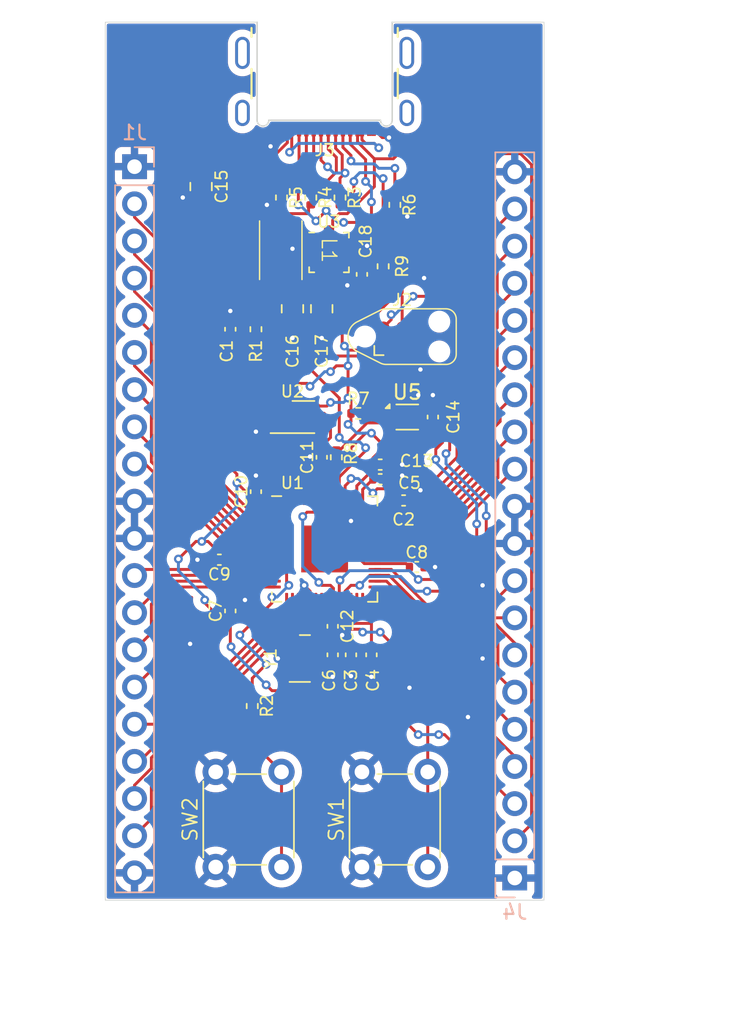
<source format=kicad_pcb>
(kicad_pcb (version 20240108) (generator "pcbnew") (generator_version "8.0")
  (layers (0 "F.Cu" signal) (31 "B.Cu" signal) (34 "B.Paste" user) (35 "F.Paste" user) (36 "B.SilkS" user "B.Silkscreen") (37 "F.SilkS" user "F.Silkscreen") (38 "B.Mask" user) (39 "F.Mask" user) (44 "Edge.Cuts" user))
  (net 0 "")
  (net 1 "Net-(C1-Pad1)")
  (net 2 "GND")
  (net 3 "+3V3")
  (net 4 "Net-(U1-VREG_VOUT)")
  (net 5 "/A11")
  (net 6 "Net-(U3-SS)")
  (net 7 "/A7")
  (net 9 "/SWD_CLK")
  (net 10 "/SWD_DIO")
  (net 11 "Net-(R2-Pad2)")
  (net 12 "Net-(U1-SPI_SS_N)")
  (net 13 "VBUS")
  (net 14 "Net-(U1-USB_DM)")
  (net 15 "Net-(U1-USB_DP)")
  (net 16 "/USB_P")
  (net 17 "Net-(J3-CC2)")
  (net 18 "/USB_N")
  (net 19 "/SDA")
  (net 20 "/SCL")
  (net 21 "Net-(U3-PG)")
  (net 22 "/A13")
  (net 23 "/A4")
  (net 24 "Net-(U1-SPI_SD2)")
  (net 25 "/A15")
  (net 26 "/A5")
  (net 27 "/A6")
  (net 28 "/A14")
  (net 29 "/A8")
  (net 30 "/A3")
  (net 31 "/RESET")
  (net 32 "/A12")
  (net 33 "/A2")
  (net 34 "/A9")
  (net 35 "Net-(U1-XIN)")
  (net 36 "Net-(U1-SPI_SD0)")
  (net 37 "/A1")
  (net 38 "/A10")
  (net 39 "/A0")
  (net 40 "Net-(U1-XOUT)")
  (net 41 "/B8")
  (net 42 "/B10")
  (net 43 "/B7")
  (net 44 "/B5")
  (net 45 "Net-(U1-SPI_SD3)")
  (net 46 "/B2")
  (net 47 "/B11")
  (net 48 "/B4")
  (net 49 "/B1")
  (net 50 "/B3")
  (net 51 "/B12")
  (net 52 "Net-(U1-SPI_SD1)")
  (net 53 "Net-(U1-SPI_SCLK)")
  (net 54 "/B13")
  (net 55 "/B9")
  (net 56 "/B6")
  (net 57 "/B0")
  (net 61 "Net-(J3-CC1)")
  (net 64 "Net-(U3-L2)")
  (net 65 "Net-(U3-L1)")
  (footprint "passive:C_0402" (layer "F.Cu") (at 149.6 98.5 90)
    (property "Reference" "C14")
    (property "Value" "100n")
  )
  (footprint "passive:R_0402" (layer "F.Cu") (at 137.5 92.5 -90)
    (property "Reference" "R1")
    (property "Value" "10k")
  )
  (footprint "passive:R_0402" (layer "F.Cu") (at 143 101.25 90)
    (property "Reference" "R8")
    (property "Value" "3k3")
  )
  (footprint "connector:TC2030-IDC-NL" (layer "F.Cu") (at 147.5 93)
    (property "Reference" "J2")
    (property "Value" "TC2030-IDC-NL")
  )
  (footprint "switch:TS02-66-Series" (layer "F.Cu") (at 147 126 90)
    (property "Reference" "SW1")
    (property "Value" "PTS815")
  )
  (footprint "passive:C_0402" (layer "F.Cu") (at 147.6 104.2)
    (property "Reference" "C2")
    (property "Value" "100n")
  )
  (footprint "passive:R_0402" (layer "F.Cu") (at 143.25 83.5 -90)
    (property "Reference" "R3")
    (property "Value" "27R")
  )
  (footprint "passive:R_0402" (layer "F.Cu") (at 137.25 118.25 -90)
    (property "Reference" "R2")
    (property "Value" "1k")
  )
  (footprint "crystal:Resonator_SMD_Murata_CSTxExxV-3Pin_3.0x1.1mm" (layer "F.Cu") (at 140.5 115 -90)
    (property "Reference" "Y1")
    (property "Value" "CSTNE12M0GH5L000R0")
  )
  (footprint "passive:C_0402" (layer "F.Cu") (at 142 101.25 90)
    (property "Reference" "C11")
    (property "Value" "100n")
  )
  (footprint "passive:C_0402" (layer "F.Cu") (at 145.4 114.75 -90)
    (property "Reference" "C4")
    (property "Value" "100n")
  )
  (footprint "passive:C_0402" (layer "F.Cu") (at 146 102.75)
    (property "Reference" "C5")
    (property "Value" "100n")
  )
  (footprint "ic:Sensirion_DFN-4_1.5x1.5mm_P0.8mm_SHT4x_NoCentralPad" (layer "F.Cu") (at 147.85 98.5)
    (property "Reference" "U5")
    (property "Value" "SHT40-AD1B")
  )
  (footprint "passive:C_0402" (layer "F.Cu") (at 135.75 92.5 90)
    (property "Reference" "C1")
    (property "Value" "100n")
  )
  (footprint "passive:R_0402" (layer "F.Cu") (at 146.2 88.2 90)
    (property "Reference" "R9")
    (property "Value" "1M")
  )
  (footprint "passive:R_0402" (layer "F.Cu") (at 139.25 83.5 -90)
    (property "Reference" "R5")
    (property "Value" "5k1")
  )
  (footprint "passive:R_0402" (layer "F.Cu") (at 144.5 98.25)
    (property "Reference" "R7")
    (property "Value" "3k3")
  )
  (footprint "passive:C_0402" (layer "F.Cu") (at 135 108.25 180)
    (property "Reference" "C9")
    (property "Value" "100n")
  )
  (footprint "connector:USB_C_Receptacle_MidMnt_Molex_16_Contact_216990-0001" (layer "F.Cu") (at 142.2 73.615 180)
    (property "Reference" "J3")
    (property "Value" "USB_C_Receptacle_Molex_216990-0001")
    (fp_line (start 4.62 -4.6) (end 4.62 2.1) (stroke (width 0.1)) (layer "Edge.Cuts"))
    (fp_line (start -3.82 -4.6) (end 3.82 -4.6) (stroke (width 0.1)) (layer "Edge.Cuts"))
    (fp_line (start -4.62 2.1) (end -4.62 -4.6) (stroke (width 0.1)) (layer "Edge.Cuts"))
    (fp_arc (start 3.82 -4.6) (mid 4.22 -5) (end 4.62 -4.6) (stroke (width 0.1)) (layer "Edge.Cuts"))
    (fp_arc (start -4.62 -4.6) (mid -4.22 -5) (end -3.82 -4.6) (stroke (width 0.1)) (layer "Edge.Cuts"))
  )
  (footprint "passive:C_0402" (layer "F.Cu") (at 142.75 114.75 -90)
    (property "Reference" "C6")
    (property "Value" "2u2")
  )
  (footprint "package:VQFN-12-1EP_2.5x2.5mm_P0.5mm" (layer "F.Cu") (at 142.5 87.25)
    (property "Reference" "U3")
    (property "Value" "TPS63051")
  )
  (footprint "passive:C_0805" (layer "F.Cu") (at 142 91.1 -90)
    (property "Reference" "C17")
    (property "Value" "10u")
  )
  (footprint "passive:C_0402" (layer "F.Cu") (at 146 101.75)
    (property "Reference" "C13")
    (property "Value" "100n")
  )
  (footprint "passive:C_0805" (layer "F.Cu") (at 133.75 82.75 -90)
    (property "Reference" "C15")
    (property "Value" "10u")
  )
  (footprint "passive:R_0402" (layer "F.Cu") (at 141.25 83.5 -90)
    (property "Reference" "R4")
    (property "Value" "27R")
  )
  (footprint "passive:C_0402" (layer "F.Cu") (at 135.75 111.75 90)
    (property "Reference" "C7")
    (property "Value" "2u2")
  )
  (footprint "switch:TS02-66-Series" (layer "F.Cu") (at 137 126 90)
    (property "Reference" "SW2")
    (property "Value" "PTS815")
  )
  (footprint "passive:C_0402" (layer "F.Cu") (at 142.75 112.8 -90)
    (property "Reference" "C12")
    (property "Value" "100n")
  )
  (footprint "passive:C_0402" (layer "F.Cu") (at 144.75 88.75 -90)
    (property "Reference" "C18")
    (property "Value" "1n")
  )
  (footprint "passive:C_0402" (layer "F.Cu") (at 148.5 108.75)
    (property "Reference" "C8")
    (property "Value" "100n")
  )
  (footprint "passive:R_0402" (layer "F.Cu") (at 147 84 -90)
    (property "Reference" "R6")
    (property "Value" "5k1")
  )
  (footprint "package:USON_2x3x0.6mm" (layer "F.Cu") (at 140 98.5)
    (property "Reference" "U2")
    (property "Value" "W25Q16JV" (hide yes))
  )
  (footprint "passive:C_0402" (layer "F.Cu") (at 144 114.75 -90)
    (property "Reference" "C3")
    (property "Value" "100n")
  )
  (footprint "package:QFN-56-1EP_7x7mm_P0.4mm_EP3.2x3.2mm" (layer "F.Cu") (at 142.2 107.515)
    (property "Reference" "U1")
    (property "Value" "RP2040")
  )
  (footprint "passive:L_3.2x2.5" (layer "F.Cu") (at 139.2 87.1 -90)
    (property "Reference" "L1")
    (property "Value" "1u5")
  )
  (footprint "passive:C_0805" (layer "F.Cu") (at 140 91.1 -90)
    (property "Reference" "C16")
    (property "Value" "10u")
  )
  (footprint "passive:C_0402" (layer "F.Cu") (at 137.5 103.6 90)
    (property "Reference" "C10")
    (property "Value" "100n")
  )
  (footprint "connector:PinHeader_1x20_P2.54mm_Vertical" (layer "B.Cu") (at 129.2 81.39 180)
    (property "Reference" "J1")
    (property "Value" "1x20")
  )
  (footprint "connector:PinHeader_1x20_P2.54mm_Vertical" (layer "B.Cu") (at 155.2 130)
    (property "Reference" "J4")
    (property "Value" "1x20")
  )
  (gr_line (start 127.2 71.515) (end 137.58 71.515) (stroke (width 0.05)) (layer "Edge.Cuts"))
  (gr_line (start 127.2 131.515) (end 157.2 131.515) (stroke (width 0.05)) (layer "Edge.Cuts"))
  (gr_line (start 157.2 71.515) (end 146.82 71.515) (stroke (width 0.05)) (layer "Edge.Cuts"))
  (gr_line (start 127.2 131.515) (end 127.2 71.515) (stroke (width 0.05)) (layer "Edge.Cuts"))
  (gr_line (start 157.2 131.515) (end 157.2 71.515) (stroke (width 0.05)) (layer "Edge.Cuts"))
  (segment (start 138.8287 94.3287) (end 137.5 93) (width 0.2) (layer "F.Cu") (net 1))
  (segment (start 146.8063 94.3287) (end 138.8287 94.3287) (width 0.2) (layer "F.Cu") (net 1))
  (segment (start 147.5 93.635) (end 146.8063 94.3287) (width 0.2) (layer "F.Cu") (net 1))
  (segment (start 135.75 93) (end 137.5 93) (width 0.2) (layer "F.Cu") (net 1))
  (segment (start 149 97.4) (end 148.6 97) (width 0.2) (layer "F.Cu") (net 2))
  (segment (start 140.8 110) (end 141.2 110.4) (width 0.2) (layer "F.Cu") (net 2))
  (segment (start 141.35 87) (end 140 87) (width 0.2) (layer "F.Cu") (net 2))
  (segment (start 146.6 79.4) (end 146.135 79.4) (width 0.2) (layer "F.Cu") (net 2))
  (segment (start 134.5 108.25) (end 133.5 108.25) (width 0.2) (layer "F.Cu") (net 2))
  (segment (start 145.25 79.05) (end 145.25 78.815) (width 0.2) (layer "F.Cu") (net 2))
  (segment (start 141.2 101.2) (end 141.55 101.2) (width 0.2) (layer "F.Cu") (net 2))
  (segment (start 137.75 99.25) (end 137.5 99.5) (width 0.2) (layer "F.Cu") (net 2))
  (segment (start 147 84.5) (end 147.55 84.5) (width 0.2) (layer "F.Cu") (net 2))
  (segment (start 133.75 83.75) (end 132.75 83.75) (width 0.2) (layer "F.Cu") (net 2))
  (segment (start 149 97.8) (end 149 97.4) (width 0.2) (layer "F.Cu") (net 2))
  (segment (start 139.25 84) (end 138.25 84) (width 0.2) (layer "F.Cu") (net 2))
  (segment (start 149.6 98) (end 149.6 97) (width 0.2) (layer "F.Cu") (net 2))
  (segment (start 135.5 92) (end 135.75 92) (width 0.2) (layer "F.Cu") (net 2))
  (segment (start 135.75 111.25) (end 136.5 111.25) (width 0.2) (layer "F.Cu") (net 2))
  (segment (start 138.5 79.49) (end 139.15 78.84) (width 0.2) (layer "F.Cu") (net 2))
  (segment (start 136.5 111.25) (end 136.75 111) (width 0.2) (layer "F.Cu") (net 2))
  (segment (start 145.4 116.25) (end 145.4 115.25) (width 0.2) (layer "F.Cu") (net 2))
  (segment (start 139 115) (end 140.5 115) (width 0.2) (layer "F.Cu") (net 2))
  (segment (start 149 108.75) (end 149.75 108.75) (width 0.2) (layer "F.Cu") (net 2))
  (segment (start 140 92.1) (end 140 93.1) (width 0.2) (layer "F.Cu") (net 2))
  (segment (start 144 116.2) (end 144 115.2) (width 0.2) (layer "F.Cu") (net 2))
  (segment (start 148.75 103.5) (end 148.75 103.55) (width 0.2) (layer "F.Cu") (net 2))
  (segment (start 141.2 110.4) (end 141.2 110.9525) (width 0.2) (layer "F.Cu") (net 2))
  (segment (start 145.1 86.8) (end 144.9 87) (width 0.2) (layer "F.Cu") (net 2))
  (segment (start 148.77 95.23) (end 148.75 95.25) (width 0.2) (layer "F.Cu") (net 2))
  (segment (start 147.55 84.5) (end 147.85 84.8) (width 0.2) (layer "F.Cu") (net 2))
  (segment (start 141.55 101.2) (end 142 100.75) (width 0.2) (layer "F.Cu") (net 2))
  (segment (start 144 105.715) (end 142.2 107.515) (width 0.2) (layer "F.Cu") (net 2))
  (segment (start 143.25 113.25) (end 142.75 113.25) (width 0.2) (layer "F.Cu") (net 2))
  (segment (start 144.75 89.25) (end 144 89.25) (width 0.2) (layer "F.Cu") (net 2))
  (segment (start 148.55 98.1) (end 148.7 98.1) (width 0.2) (layer "F.Cu") (net 2))
  (segment (start 144 105.6) (end 144 105.715) (width 0.2) (layer "F.Cu") (net 2))
  (segment (start 146.5 102.75) (end 147.25 102.75) (width 0.2) (layer "F.Cu") (net 2))
  (segment (start 142 92.1) (end 142 93.1) (width 0.2) (layer "F.Cu") (net 2))
  (segment (start 138.5 80) (end 138.5 79.49) (width 0.2) (layer "F.Cu") (net 2))
  (segment (start 144.9 87) (end 143.65 87) (width 0.2) (layer "F.Cu") (net 2))
  (segment (start 144 89.25) (end 143.75 89.5) (width 0.2) (layer "F.Cu") (net 2))
  (segment (start 148.77 93.635) (end 148.77 95.23) (width 0.2) (layer "F.Cu") (net 2))
  (segment (start 146.135 79.4) (end 145.55 78.815) (width 0.2) (layer "F.Cu") (net 2))
  (segment (start 148.7 98.1) (end 149 97.8) (width 0.2) (layer "F.Cu") (net 2))
  (segment (start 142.75 116.25) (end 142.75 115.25) (width 0.2) (layer "F.Cu") (net 2))
  (segment (start 138.6 99.25) (end 137.75 99.25) (width 0.2) (layer "F.Cu") (net 2))
  (segment (start 146.5 101.75) (end 147.5 101.75) (width 0.2) (layer "F.Cu") (net 2))
  (segment (start 137.5 103.1) (end 137.5 102.5) (width 0.2) (layer "F.Cu") (net 2))
  (segment (start 143.4 113.4) (end 143.25 113.25) (width 0.2) (layer "F.Cu") (net 2))
  (segment (start 148.75 103.55) (end 148.1 104.2) (width 0.2) (layer "F.Cu") (net 2))
  (segment (start 135.75 92) (end 135.75 91.25) (width 0.2) (layer "F.Cu") (net 2))
  (segment (start 132.75 83.75) (end 132.5 83.5) (width 0.2) (layer "F.Cu") (net 2))
  (segment (start 147.25 102.75) (end 147.5 102.5) (width 0.2) (layer "F.Cu") (net 2))
  (via (at 142 93.1) (size 0.6) (drill 0.3) (layers "F.Cu" "B.Cu") (net 2))
  (via (at 147.5 101.75) (size 0.6) (drill 0.3) (layers "F.Cu" "B.Cu") (net 2))
  (via (at 148.6 97) (size 0.6) (drill 0.3) (layers "F.Cu" "B.Cu") (net 2))
  (via (at 132.5 83.5) (size 0.6) (drill 0.3) (layers "F.Cu" "B.Cu") (net 2))
  (via (at 137.5 99.5) (size 0.6) (drill 0.3) (layers "F.Cu" "B.Cu") (net 2))
  (via (at 143.4 113.4) (size 0.6) (drill 0.3) (layers "F.Cu" "B.Cu") (net 2))
  (via (at 138.25 84) (size 0.6) (drill 0.3) (layers "F.Cu" "B.Cu") (net 2))
  (via (at 143.75 89.5) (size 0.6) (drill 0.3) (layers "F.Cu" "B.Cu") (net 2))
  (via (at 147.85 84.8) (size 0.6) (drill 0.3) (layers "F.Cu" "B.Cu") (net 2))
  (via (at 152 119) (size 0.6) (drill 0.3) (layers "F.Cu" "B.Cu") (net 2))
  (via (at 136.75 111) (size 0.6) (drill 0.3) (layers "F.Cu" "B.Cu") (net 2))
  (via (at 149 89) (size 0.6) (drill 0.3) (layers "F.Cu" "B.Cu") (net 2))
  (via (at 140 87) (size 0.6) (drill 0.3) (layers "F.Cu" "B.Cu") (net 2))
  (via (at 133 114) (size 0.6) (drill 0.3) (layers "F.Cu" "B.Cu") (net 2))
  (via (at 139 115) (size 0.6) (drill 0.3) (layers "F.Cu" "B.Cu") (net 2))
  (via (at 142.75 116.25) (size 0.6) (drill 0.3) (layers "F.Cu" "B.Cu") (net 2))
  (via (at 149.75 108.75) (size 0.6) (drill 0.3) (layers "F.Cu" "B.Cu") (net 2))
  (via (at 153 110) (size 0.6) (drill 0.3) (layers "F.Cu" "B.Cu") (net 2))
  (via (at 147.5 102.5) (size 0.6) (drill 0.3) (layers "F.Cu" "B.Cu") (net 2))
  (via (at 144 105.6) (size 0.6) (drill 0.3) (layers "F.Cu" "B.Cu") (net 2))
  (via (at 146.6 79.4) (size 0.6) (drill 0.3) (layers "F.Cu" "B.Cu") (net 2))
  (via (at 145.4 116.25) (size 0.6) (drill 0.3) (layers "F.Cu" "B.Cu") (net 2))
  (via (at 140 93.1) (size 0.6) (drill 0.3) (layers "F.Cu" "B.Cu") (net 2))
  (via (at 135.75 91.25) (size 0.6) (drill 0.3) (layers "F.Cu" "B.Cu") (net 2))
  (via (at 138.5 80) (size 0.6) (drill 0.3) (layers "F.Cu" "B.Cu") (net 2))
  (via (at 144 116.2) (size 0.6) (drill 0.3) (layers "F.Cu" "B.Cu") (net 2))
  (via (at 148.75 95.25) (size 0.6) (drill 0.3) (layers "F.Cu" "B.Cu") (net 2))
  (via (at 153 115) (size 0.6) (drill 0.3) (layers "F.Cu" "B.Cu") (net 2))
  (via (at 140.8 110) (size 0.6) (drill 0.3) (layers "F.Cu" "B.Cu") (net 2))
  (via (at 137.5 102.5) (size 0.6) (drill 0.3) (layers "F.Cu" "B.Cu") (net 2))
  (via (at 149.6 97) (size 0.6) (drill 0.3) (layers "F.Cu" "B.Cu") (net 2))
  (via (at 141.2 101.2) (size 0.6) (drill 0.3) (layers "F.Cu" "B.Cu") (net 2))
  (via (at 133.5 108.25) (size 0.6) (drill 0.3) (layers "F.Cu" "B.Cu") (net 2))
  (via (at 148 117) (size 0.6) (drill 0.3) (layers "F.Cu" "B.Cu") (net 2))
  (via (at 145.1 86.8) (size 0.6) (drill 0.3) (layers "F.Cu" "B.Cu") (net 2))
  (via (at 148.75 103.5) (size 0.6) (drill 0.3) (layers "F.Cu" "B.Cu") (net 2))
  (segment (start 144 113) (end 143.3 112.3) (width 0.2) (layer "F.Cu") (net 3))
  (segment (start 144.6 105.2) (end 144.4 105) (width 0.2) (layer "F.Cu") (net 3))
  (segment (start 149.6 99) (end 149.5 98.9) (width 0.2) (layer "F.Cu") (net 3))
  (segment (start 146.2 89.5) (end 145.6 90.1) (width 0.2) (layer "F.Cu") (net 3))
  (segment (start 138.6 117.2) (end 145.6 117.2) (width 0.2) (layer "F.Cu") (net 3))
  (segment (start 142.4 104.0775) (end 142.4 102.15) (width 0.2) (layer "F.Cu") (net 3))
  (segment (start 145.4 99.6) (end 146 100.2) (width 0.2) (layer "F.Cu") (net 3))
  (segment (start 140 89.9) (end 141.35 88.55) (width 0.2) (layer "F.Cu") (net 3))
  (segment (start 136.2 103) (end 137.3 104.1) (width 0.2) (layer "F.Cu") (net 3))
  (segment (start 141.35 88.55) (end 141.9 88.55) (width 0.2) (layer "F.Cu") (net 3))
  (segment (start 146.4 100.4) (end 146.4 100.2) (width 0.2) (layer "F.Cu") (net 3))
  (segment (start 135.05 112.25) (end 135.75 112.25) (width 0.2) (layer "F.Cu") (net 3))
  (segment (start 144 97.4) (end 143.8 97.2) (width 0.2) (layer "F.Cu") (net 3))
  (segment (start 148 108.75) (end 147.765 108.515) (width 0.2) (layer "F.Cu") (net 3))
  (segment (start 146.835 104.915) (end 147.1 104.65) (width 0.2) (layer "F.Cu") (net 3))
  (segment (start 145.5 102.75) (end 145.5 101.75) (width 0.2) (layer "F.Cu") (net 3))
  (segment (start 142.35 97.75) (end 141.4 97.75) (width 0.2) (layer "F.Cu") (net 3))
  (segment (start 145.9363 93.9287) (end 146.23 93.635) (width 0.2) (layer "F.Cu") (net 3))
  (segment (start 143.4 93.5) (end 143.4 90.5) (width 0.2) (layer "F.Cu") (net 3))
  (segment (start 139.4 90.1) (end 140 90.1) (width 0.2) (layer "F.Cu") (net 3))
  (segment (start 144 98.25) (end 144 98.8) (width 0.2) (layer "F.Cu") (net 3))
  (segment (start 146.6 113.8) (end 146 113.2) (width 0.2) (layer "F.Cu") (net 3))
  (segment (start 146.2 88.7) (end 146.2 89.5) (width 0.2) (layer "F.Cu") (net 3))
  (segment (start 147.765 108.515) (end 145.6375 108.515) (width 0.2) (layer "F.Cu") (net 3))
  (segment (start 136.2 103) (end 136.2 103.2) (width 0.2) (layer "F.Cu") (net 3))
  (segment (start 141 96.2) (end 137 96.2) (width 0.2) (layer "F.Cu") (net 3))
  (segment (start 143.55 93.65) (end 143.8287 93.9287) (width 0.2) (layer "F.Cu") (net 3))
  (segment (start 135.765 108.515) (end 138.7625 108.515) (width 0.2) (layer "F.Cu") (net 3))
  (segment (start 138.2 116.8) (end 138.6 117.2) (width 0.2) (layer "F.Cu") (net 3))
  (segment (start 137 96.2) (end 134.6 98.6) (width 0.2) (layer "F.Cu") (net 3))
  (segment (start 152.2 122) (end 150.4 120.2) (width 0.2) (layer "F.Cu") (net 3))
  (segment (start 143.25 101.75) (end 144 101) (width 0.2) (layer "F.Cu") (net 3))
  (segment (start 133.8 107) (end 134.225 107) (width 0.2) (layer "F.Cu") (net 3))
  (segment (start 143 101.75) (end 143.25 101.75) (width 0.2) (layer "F.Cu") (net 3))
  (segment (start 145 99.6) (end 145.4 99.6) (width 0.2) (layer "F.Cu") (net 3))
  (segment (start 135.75 112.25) (end 135.75 114.15) (width 0.2) (layer "F.Cu") (net 3))
  (segment (start 145.5 101.75) (end 145.5 101.3) (width 0.2) (layer "F.Cu") (net 3))
  (segment (start 145.6375 108.515) (end 144.915 108.515) (width 0.2) (layer "F.Cu") (net 3))
  (segment (start 137.5 104.1) (end 137.5 104.5) (width 0.2) (layer "F.Cu") (net 3))
  (segment (start 137.3 104.1) (end 137.5 104.1) (width 0.2) (layer "F.Cu") (net 3))
  (segment (start 144.6 108.2) (end 144.6 105.2) (width 0.2) (layer "F.Cu") (net 3))
  (segment (start 144.4 103.2) (end 145.5 102.1) (width 0.2) (layer "F.Cu") (net 3))
  (segment (start 145.6 117.2) (end 148.6 120.2) (width 0.2) (layer "F.Cu") (net 3))
  (segment (start 142 88.65) (end 142.25 88.4) (width 0.2) (layer "F.Cu") (net 3))
  (segment (start 137.5 104.5) (end 137.915 104.915) (width 0.2) (layer "F.Cu") (net 3))
  (segment (start 143.4 90.5) (end 143 90.1) (width 0.2) (layer "F.Cu") (net 3))
  (segment (start 141.9 88.55) (end 142 88.65) (width 0.2) (layer "F.Cu") (net 3))
  (segment (start 144.8 104.43875) (end 144.8 104.0775) (width 0.2) (layer "F.Cu") (net 3))
  (segment (start 141.2 96.4) (end 141 96.2) (width 0.2) (layer "F.Cu") (net 3))
  (segment (start 134 111.2) (end 135.05 112.25) (width 0.2) (layer "F.Cu") (net 3))
  (segment (start 143.8 97.2) (end 143.8 95) (width 0.2) (layer "F.Cu") (net 3))
  (segment (start 145.5 101.3) (end 146.4 100.4) (width 0.2) (layer "F.Cu") (net 3))
  (segment (start 144.915 108.515) (end 144.6 108.2) (width 0.2) (layer "F.Cu") (net 3))
  (segment (start 135.5 108.25) (end 135.765 108.515) (width 0.2) (layer "F.Cu") (net 3))
  (segment (start 135.475 108.25) (end 135.5 108.25) (width 0.2) (layer "F.Cu") (net 3))
  (segment (start 148.6 120.2) (end 148.8 120.2) (width 0.2) (layer "F.Cu") (net 3))
  (segment (start 134.225 107) (end 135.475 108.25) (width 0.2) (layer "F.Cu") (net 3))
  (segment (start 155.2 124.92) (end 155.12 124.92) (width 0.2) (layer "F.Cu") (net 3))
  (segment (start 143 95) (end 143.8 95) (width 0.2) (layer "F.Cu") (net 3))
  (segment (start 133.8 107) (end 133.4 107) (width 0.2) (layer "F.Cu") (net 3))
  (segment (start 146 100.2) (end 146.4 100.2) (width 0.2) (layer "F.Cu") (net 3))
  (segment (start 144.6 113) (end 144 113) (width 0.2) (layer "F.Cu") (net 3))
  (segment (start 145.6 90.1) (end 143.8 90.1) (width 0.2) (layer "F.Cu") (net 3))
  (segment (start 143.8 90.1) (end 143.4 90.5) (width 0.2) (layer "F.Cu") (net 3))
  (segment (start 145.5 102.1) (end 145.5 101.75) (width 0.2) (layer "F.Cu") (net 3))
  (segment (start 144.4 104.0775) (end 144.4 103.2) (width 0.2) (layer "F.Cu") (net 3))
  (segment (start 142.4 102.15) (end 142 101.75) (width 0.2) (layer "F.Cu") (net 3))
  (segment (start 142.4 111.9) (end 142.4 110.9525) (width 0.2) (layer "F.Cu") (net 3))
  (segment (start 146.6 116.2) (end 146.6 113.8) (width 0.2) (layer "F.Cu") (net 3))
  (segment (start 133.4 107) (end 132.2 108.2) (width 0.2) (layer "F.Cu") (net 3))
  (segment (start 142.6 97.5) (end 142.35 97.75) (width 0.2) (layer "F.Cu") (net 3))
  (segment (start 143.3 112.3) (end 142.75 112.3) (width 0.2) (layer "F.Cu") (net 3))
  (segment (start 144 101) (end 144 100.6) (width 0.2) (layer "F.Cu") (net 3))
  (segment (start 142 90.1) (end 142 88.65) (width 0.2) (layer "F.Cu") (net 3))
  (segment (start 140 90.1) (end 140 89.9) (width 0.2) (layer "F.Cu") (net 3))
  (segment (start 144 98.8) (end 143.8 99) (width 0.2) (layer "F.Cu") (net 3))
  (segment (start 136.2 102.4) (end 136.2 103) (width 0.2) (layer "F.Cu") (net 3))
  (segment (start 134.6 98.6) (end 134.6 100.8) (width 0.2) (layer "F.Cu") (net 3))
  (segment (start 155.12 124.92) (end 152.2 122) (width 0.2) (layer "F.Cu") (net 3))
  (segment (start 144.8 113.2) (end 144.6 113) (width 0.2) (layer "F.Cu") (net 3))
  (segment (start 148.4 100.2) (end 149.6 99) (width 0.2) (layer "F.Cu") (net 3))
  (segment (start 135.75 114.15) (end 135.8 114.2) (width 0.2) (layer "F.Cu") (net 3))
  (segment (start 143.55 93.65) (end 143.4 93.5) (width 0.2) (layer "F.Cu") (net 3))
  (segment (start 143 90.1) (end 142 90.1) (width 0.2) (layer "F.Cu") (net 3))
  (segment (start 145.27625 104.915) (end 144.8 104.43875) (width 0.2) (layer "F.Cu") (net 3))
  (segment (start 144 98.25) (end 144 97.4) (width 0.2) (layer "F.Cu") (net 3))
  (segment (start 146.4 100.2) (end 148.4 100.2) (width 0.2) (layer "F.Cu") (net 3))
  (segment (start 134.6 100.8) (end 136.2 102.4) (width 0.2) (layer "F.Cu") (net 3))
  (segment (start 142.8 101.95) (end 143 101.75) (width 0.2) (layer "F.Cu") (net 3))
  (segment (start 144.8 103.45) (end 145.5 102.75) (width 0.2) (layer "F.Cu") (net 3))
  (segment (start 137.915 104.915) (end 138.7625 104.915) (width 0.2) (layer "F.Cu") (net 3))
  (segment (start 142 101.75) (end 143 101.75) (width 0.2) (layer "F.Cu") (net 3))
  (segment (start 150 120.2) (end 149.8 120.2) (width 0.2) (layer "F.Cu") (net 3))
  (segment (start 142.6 95.4) (end 143 95) (width 0.2) (layer "F.Cu") (net 3))
  (segment (start 142.8 104.0775) (end 142.8 101.95) (width 0.2) (layer "F.Cu") (net 3))
  (segment (start 137.5 92) (end 139.4 90.1) (width 0.2) (layer "F.Cu") (net 3))
  (segment (start 144.4 105) (end 144.4 104.0775) (width 0.2) (layer "F.Cu") (net 3))
  (segment (start 145.6375 104.915) (end 145.27625 104.915) (width 0.2) (layer "F.Cu") (net 3))
  (segment (start 145.6375 104.915) (end 146.835 104.915) (width 0.2) (layer "F.Cu") (net 3))
  (segment (start 141.35 88.55) (end 141.35 88) (width 0.2) (layer "F.Cu") (net 3))
  (segment (start 144.8 104.0775) (end 144.8 103.45) (width 0.2) (layer "F.Cu") (net 3))
  (segment (start 145.6 117.2) (end 146.6 116.2) (width 0.2) (layer "F.Cu") (net 3))
  (segment (start 147.1 104.65) (end 147.1 104.2) (width 0.2) (layer "F.Cu") (net 3))
  (segment (start 144 100.6) (end 145 99.6) (width 0.2) (layer "F.Cu") (net 3))
  (segment (start 150.4 120.2) (end 150 120.2) (width 0.2) (layer "F.Cu") (net 3))
  (segment (start 134 111) (end 134 111.2) (width 0.2) (layer "F.Cu") (net 3))
  (segment (start 142.75 112.25) (end 142.4 111.9) (width 0.2) (layer "F.Cu") (net 3))
  (segment (start 149.5 98.9) (end 148.55 98.9) (width 0.2) (layer "F.Cu") (net 3))
  (segment (start 143.8287 93.9287) (end 145.9363 93.9287) (width 0.2) (layer "F.Cu") (net 3))
  (via (at 141.2 96.4) (size 0.6) (drill 0.3) (layers "F.Cu" "B.Cu") (net 3))
  (via (at 143.8 99) (size 0.6) (drill 0.3) (layers "F.Cu" "B.Cu") (net 3))
  (via (at 132.2 108.2) (size 0.6) (drill 0.3) (layers "F.Cu" "B.Cu") (net 3))
  (via (at 143.55 93.65) (size 0.6) (drill 0.3) (layers "F.Cu" "B.Cu") (net 3))
  (via (at 135.8 114.2) (size 0.6) (drill 0.3) (layers "F.Cu" "B.Cu") (net 3))
  (via (at 138.2 116.8) (size 0.6) (drill 0.3) (layers "F.Cu" "B.Cu") (net 3))
  (via (at 145.4 99.6) (size 0.6) (drill 0.3) (layers "F.Cu" "B.Cu") (net 3))
  (via (at 150 120.2) (size 0.6) (drill 0.3) (layers "F.Cu" "B.Cu") (net 3))
  (via (at 148.6 120.2) (size 0.6) (drill 0.3) (layers "F.Cu" "B.Cu") (net 3))
  (via (at 142.6 95.4) (size 0.6) (drill 0.3) (layers "F.Cu" "B.Cu") (net 3))
  (via (at 134 111) (size 0.6) (drill 0.3) (layers "F.Cu" "B.Cu") (net 3))
  (via (at 142.6 97.5) (size 0.6) (drill 0.3) (layers "F.Cu" "B.Cu") (net 3))
  (via (at 143.8 95) (size 0.6) (drill 0.3) (layers "F.Cu" "B.Cu") (net 3))
  (via (at 146 113.2) (size 0.6) (drill 0.3) (layers "F.Cu" "B.Cu") (net 3))
  (via (at 136.2 103) (size 0.6) (drill 0.3) (layers "F.Cu" "B.Cu") (net 3))
  (via (at 133.8 107) (size 0.6) (drill 0.3) (layers "F.Cu" "B.Cu") (net 3))
  (via (at 143.8 97.2) (size 0.6) (drill 0.3) (layers "F.Cu" "B.Cu") (net 3))
  (via (at 144.8 113.2) (size 0.6) (drill 0.3) (layers "F.Cu" "B.Cu") (net 3))
  (segment (start 143.8 95) (end 143.8 93.9) (width 0.2) (layer "B.Cu") (net 3))
  (segment (start 134 111) (end 134 110.8) (width 0.2) (layer "B.Cu") (net 3))
  (segment (start 144.4 99.6) (end 143.8 99) (width 0.2) (layer "B.Cu") (net 3))
  (segment (start 136.2 103) (end 136.2 104.6) (width 0.2) (layer "B.Cu") (net 3))
  (segment (start 148.6 120.2) (end 150 120.2) (width 0.2) (layer "B.Cu") (net 3))
  (segment (start 144.8 113.2) (end 146 113.2) (width 0.2) (layer "B.Cu") (net 3))
  (segment (start 145.4 99.6) (end 144.4 99.6) (width 0.2) (layer "B.Cu") (net 3))
  (segment (start 134 110.8) (end 132.2 109) (width 0.2) (layer "B.Cu") (net 3))
  (segment (start 141.2 96.4) (end 142.2 95.4) (width 0.2) (layer "B.Cu") (net 3))
  (segment (start 138.2 116.8) (end 135.8 114.4) (width 0.2) (layer "B.Cu") (net 3))
  (segment (start 142.6 97.5) (end 143.5 97.5) (width 0.2) (layer "B.Cu") (net 3))
  (segment (start 135.8 114.4) (end 135.8 114.2) (width 0.2) (layer "B.Cu") (net 3))
  (segment (start 143.5 97.5) (end 143.8 97.2) (width 0.2) (layer "B.Cu") (net 3))
  (segment (start 136.2 104.6) (end 133.8 107) (width 0.2) (layer "B.Cu") (net 3))
  (segment (start 143.8 93.9) (end 143.55 93.65) (width 0.2) (layer "B.Cu") (net 3))
  (segment (start 142.2 95.4) (end 142.6 95.4) (width 0.2) (layer "B.Cu") (net 3))
  (segment (start 132.2 109) (end 132.2 108.2) (width 0.2) (layer "B.Cu") (net 3))
  (segment (start 142 110) (end 141.8 109.8) (width 0.2) (layer "F.Cu") (net 4))
  (segment (start 145.4 114.25) (end 144 114.25) (width 0.2) (layer "F.Cu") (net 4))
  (segment (start 143.75 105) (end 144 104.75) (width 0.2) (layer "F.Cu") (net 4))
  (segment (start 143.01364 111.7) (end 142.8 111.48636) (width 0.2) (layer "F.Cu") (net 4))
  (segment (start 142.38864 105) (end 143.75 105) (width 0.2) (layer "F.Cu") (net 4))
  (segment (start 145.4 114.25) (end 145.4 112.6) (width 0.2) (layer "F.Cu") (net 4))
  (segment (start 144.2 112.6) (end 143.3 111.7) (width 0.2) (layer "F.Cu") (net 4))
  (segment (start 141 105) (end 140.7 105.3) (width 0.2) (layer "F.Cu") (net 4))
  (segment (start 142.75 114.25) (end 143.75 114.25) (width 0.2) (layer "F.Cu") (net 4))
  (segment (start 144 104.75) (end 144 104.0775) (width 0.2) (layer "F.Cu") (net 4))
  (segment (start 142.6 110) (end 142 110) (width 0.2) (layer "F.Cu") (net 4))
  (segment (start 142 104.0775) (end 142 104.61136) (width 0.2) (layer "F.Cu") (net 4))
  (segment (start 142.8 111.48636) (end 142.8 110.9525) (width 0.2) (layer "F.Cu") (net 4))
  (segment (start 143.75 114.25) (end 144.4 114.25) (width 0.2) (layer "F.Cu") (net 4))
  (segment (start 142.8 110.2) (end 142.6 110) (width 0.2) (layer "F.Cu") (net 4))
  (segment (start 142.8 110.9525) (end 142.8 110.2) (width 0.2) (layer "F.Cu") (net 4))
  (segment (start 143.3 111.7) (end 143.01364 111.7) (width 0.2) (layer "F.Cu") (net 4))
  (segment (start 142.38864 105) (end 141 105) (width 0.2) (layer "F.Cu") (net 4))
  (segment (start 145.4 112.6) (end 144.2 112.6) (width 0.2) (layer "F.Cu") (net 4))
  (segment (start 142 104.61136) (end 142.38864 105) (width 0.2) (layer "F.Cu") (net 4))
  (via (at 140.7 105.3) (size 0.6) (drill 0.3) (layers "F.Cu" "B.Cu") (net 4))
  (via (at 141.8 109.8) (size 0.6) (drill 0.3) (layers "F.Cu" "B.Cu") (net 4))
  (segment (start 141.8 109.8) (end 140.7 108.7) (width 0.2) (layer "B.Cu") (net 4))
  (segment (start 140.7 108.7) (end 140.7 105.3) (width 0.2) (layer "B.Cu") (net 4))
  (segment (start 138.7625 110.115) (end 132.086372 110.115) (width 0.2) (layer "F.Cu") (net 5))
  (segment (start 130.75 115.4) (end 129.2 116.95) (width 0.2) (layer "F.Cu") (net 5))
  (segment (start 132.086372 110.115) (end 130.75 111.451372) (width 0.2) (layer "F.Cu") (net 5))
  (segment (start 130.75 111.451372) (end 130.75 115.4) (width 0.2) (layer "F.Cu") (net 5))
  (segment (start 144.5 88) (end 144.75 88.25) (width 0.2) (layer "F.Cu") (net 6))
  (segment (start 143.65 88) (end 144.5 88) (width 0.2) (layer "F.Cu") (net 6))
  (segment (start 129.932256 101.71) (end 129.2 101.71) (width 0.2) (layer "F.Cu") (net 7))
  (segment (start 136.337256 108.115) (end 129.932256 101.71) (width 0.2) (layer "F.Cu") (net 7))
  (segment (start 138.7625 108.115) (end 136.337256 108.115) (width 0.2) (layer "F.Cu") (net 7))
  (segment (start 152.6 105.8) (end 152.6 107.4) (width 0.2) (layer "F.Cu") (net 9))
  (segment (start 143.95 79.85) (end 143.95 78.84) (width 0.2) (layer "F.Cu") (net 9))
  (segment (start 143.25 109.65) (end 143.2 109.7) (width 0.2) (layer "F.Cu") (net 9))
  (segment (start 148.700735 91.549265) (end 148.549264 91.549265) (width 0.2) (layer "F.Cu") (net 9))
  (segment (start 147.5 87.1) (end 147.5 92.365) (width 0.2) (layer "F.Cu") (net 9))
  (segment (start 149.5 90.75) (end 148.700735 91.549265) (width 0.2) (layer "F.Cu") (net 9))
  (segment (start 145.4 85) (end 147.5 87.1) (width 0.2) (layer "F.Cu") (net 9))
  (segment (start 148.549264 91.549265) (end 147.733529 92.365) (width 0.2) (layer "F.Cu") (net 9))
  (segment (start 145.4 83.8) (end 145.4 85) (width 0.2) (layer "F.Cu") (net 9))
  (segment (start 150.434314 90.75) (end 149.5 90.75) (width 0.2) (layer "F.Cu") (net 9))
  (segment (start 149.8 100.7) (end 150.25 100.25) (width 0.2) (layer "F.Cu") (net 9))
  (segment (start 149.8 101.4) (end 149.8 100.7) (width 0.2) (layer "F.Cu") (net 9))
  (segment (start 143.2 109.7) (end 143.2 110.9525) (width 0.2) (layer "F.Cu") (net 9))
  (segment (start 145 82.4) (end 145 80.9) (width 0.2) (layer "F.Cu") (net 9))
  (segment (start 151.25 94.118628) (end 151.25 91.565686) (width 0.2) (layer "F.Cu") (net 9))
  (segment (start 145 80.9) (end 143.95 79.85) (width 0.2) (layer "F.Cu") (net 9))
  (segment (start 150.25 100.25) (end 150.25 97.684314) (width 0.2) (layer "F.Cu") (net 9))
  (segment (start 150.717157 94.651471) (end 151.25 94.118628) (width 0.2) (layer "F.Cu") (net 9))
  (segment (start 147.733529 92.365) (end 147.5 92.365) (width 0.2) (layer "F.Cu") (net 9))
  (segment (start 150.717157 97.217157) (end 150.717157 94.651471) (width 0.2) (layer "F.Cu") (net 9))
  (segment (start 152.6 107.4) (end 150.4 109.6) (width 0.2) (layer "F.Cu") (net 9))
  (segment (start 150.25 97.684314) (end 150.717157 97.217157) (width 0.2) (layer "F.Cu") (net 9))
  (segment (start 151.25 91.565686) (end 150.434314 90.75) (width 0.2) (layer "F.Cu") (net 9))
  (segment (start 150.4 109.6) (end 148.6 109.6) (width 0.2) (layer "F.Cu") (net 9))
  (via (at 145 82.4) (size 0.6) (drill 0.3) (layers "F.Cu" "B.Cu") (net 9))
  (via (at 143.25 109.65) (size 0.6) (drill 0.3) (layers "F.Cu" "B.Cu") (net 9))
  (via (at 148.6 109.6) (size 0.6) (drill 0.3) (layers "F.Cu" "B.Cu") (net 9))
  (via (at 145.4 83.8) (size 0.6) (drill 0.3) (layers "F.Cu" "B.Cu") (net 9))
  (via (at 149.8 101.4) (size 0.6) (drill 0.3) (layers "F.Cu" "B.Cu") (net 9))
  (via (at 152.6 105.8) (size 0.6) (drill 0.3) (layers "F.Cu" "B.Cu") (net 9))
  (segment (start 152.6 104.4) (end 152.6 105.8) (width 0.2) (layer "B.Cu") (net 9))
  (segment (start 143.25 109.65) (end 143.9 109) (width 0.2) (layer "B.Cu") (net 9))
  (segment (start 143.9 109) (end 148 109) (width 0.2) (layer "B.Cu") (net 9))
  (segment (start 149.8 101.6) (end 152.6 104.4) (width 0.2) (layer "B.Cu") (net 9))
  (segment (start 149.8 101.4) (end 149.8 101.6) (width 0.2) (layer "B.Cu") (net 9))
  (segment (start 145.4 83.8) (end 145.4 82.8) (width 0.2) (layer "B.Cu") (net 9))
  (segment (start 148 109) (end 148.6 109.6) (width 0.2) (layer "B.Cu") (net 9))
  (segment (start 145.4 82.8) (end 145 82.4) (width 0.2) (layer "B.Cu") (net 9))
  (segment (start 153.25 107.75) (end 153.25 105.25) (width 0.2) (layer "F.Cu") (net 10))
  (segment (start 151.25 97.25) (end 150.75 97.75) (width 0.2) (layer "F.Cu") (net 10))
  (segment (start 149.2 110.4) (end 150.6 110.4) (width 0.2) (layer "F.Cu") (net 10))
  (segment (start 150.75 97.75) (end 150.75 100.75) (width 0.2) (layer "F.Cu") (net 10))
  (segment (start 145 85.2) (end 147.1 87.3) (width 0.2) (layer "F.Cu") (net 10))
  (segment (start 145.8 91.935) (end 146.23 92.365) (width 0.2) (layer "F.Cu") (net 10))
  (segment (start 151.75 94.184314) (end 151.25 94.684314) (width 0.2) (layer "F.Cu") (net 10))
  (segment (start 140.4 82.415686) (end 140.95 81.865686) (width 0.2) (layer "F.Cu") (net 10))
  (segment (start 143.6 110.9525) (end 143.6 110.4) (width 0.2) (layer "F.Cu") (net 10))
  (segment (start 140.4 84) (end 140.3 83.9) (width 0.2) (layer "F.Cu") (net 10))
  (segment (start 145.8 91.4) (end 145.8 91.935) (width 0.2) (layer "F.Cu") (net 10))
  (segment (start 147.1 87.3) (end 147.1 90.1) (width 0.2) (layer "F.Cu") (net 10))
  (segment (start 144 110) (end 144.6 110) (width 0.2) (layer "F.Cu") (net 10))
  (segment (start 140.4 84) (end 140.4 82.415686) (width 0.2) (layer "F.Cu") (net 10))
  (segment (start 147.1 90.1) (end 145.8 91.4) (width 0.2) (layer "F.Cu") (net 10))
  (segment (start 146.75 91.845) (end 146.75 91.5) (width 0.2) (layer "F.Cu") (net 10))
  (segment (start 151.25 94.684314) (end 151.25 97.25) (width 0.2) (layer "F.Cu") (net 10))
  (segment (start 141.6 85.1) (end 142.3 84.4) (width 0.2) (layer "F.Cu") (net 10))
  (segment (start 140.95 81.865686) (end 140.95 78.84) (width 0.2) (layer "F.Cu") (net 10))
  (segment (start 150.5 90.25) (end 151.75 91.5) (width 0.2) (layer "F.Cu") (net 10))
  (segment (start 150.6 110.4) (end 153.25 107.75) (width 0.2) (layer "F.Cu") (net 10))
  (segment (start 143.5 85.2) (end 145 85.2) (width 0.2) (layer "F.Cu") (net 10))
  (segment (start 143.6 110.4) (end 144 110) (width 0.2) (layer "F.Cu") (net 10))
  (segment (start 150.75 100.75) (end 150.5 101) (width 0.2) (layer "F.Cu") (net 10))
  (segment (start 151.75 91.5) (end 151.75 94.184314) (width 0.2) (layer "F.Cu") (net 10))
  (segment (start 148.25 90.25) (end 150.5 90.25) (width 0.2) (layer "F.Cu") (net 10))
  (segment (start 146.23 92.365) (end 146.75 91.845) (width 0.2) (layer "F.Cu") (net 10))
  (via (at 141.6 85.1) (size 0.6) (drill 0.3) (layers "F.Cu" "B.Cu") (net 10))
  (via (at 144.6 110) (size 0.6) (drill 0.3) (layers "F.Cu" "B.Cu") (net 10))
  (via (at 148.25 90.25) (size 0.6) (drill 0.3) (layers "F.Cu" "B.Cu") (net 10))
  (via (at 153.25 105.25) (size 0.6) (drill 0.3) (layers "F.Cu" "B.Cu") (net 10))
  (via (at 143.5 85.2) (size 0.6) (drill 0.3) (layers "F.Cu" "B.Cu") (net 10))
  (via (at 150.5 101) (size 0.6) (drill 0.3) (layers "F.Cu" "B.Cu") (net 10))
  (via (at 146.75 91.5) (size 0.6) (drill 0.3) (layers "F.Cu" "B.Cu") (net 10))
  (via (at 140.4 84) (size 0.6) (drill 0.3) (layers "F.Cu" "B.Cu") (net 10))
  (via (at 142.3 84.4) (size 0.6) (drill 0.3) (layers "F.Cu" "B.Cu") (net 10))
  (via (at 149.2 110.4) (size 0.6) (drill 0.3) (layers "F.Cu" "B.Cu") (net 10))
  (segment (start 148.25 90.25) (end 147 91.5) (width 0.2) (layer "B.Cu") (net 10))
  (segment (start 140.5 84) (end 140.4 84) (width 0.2) (layer "B.Cu") (net 10))
  (segment (start 148.4 110.4) (end 149.2 110.4) (width 0.2) (layer "B.Cu") (net 10))
  (segment (start 141.6 85.1) (end 140.5 84) (width 0.2) (layer "B.Cu") (net 10))
  (segment (start 153.25 105.25) (end 153.25 104.45) (width 0.2) (layer "B.Cu") (net 10))
  (segment (start 147 91.5) (end 146.75 91.5) (width 0.2) (layer "B.Cu") (net 10))
  (segment (start 144.6 110) (end 145.2 109.4) (width 0.2) (layer "B.Cu") (net 10))
  (segment (start 143.1 85.2) (end 143.5 85.2) (width 0.2) (layer "B.Cu") (net 10))
  (segment (start 153.25 104.45) (end 150.5 101.7) (width 0.2) (layer "B.Cu") (net 10))
  (segment (start 147.4 109.4) (end 148.4 110.4) (width 0.2) (layer "B.Cu") (net 10))
  (segment (start 150.5 101.7) (end 150.5 101) (width 0.2) (layer "B.Cu") (net 10))
  (segment (start 142.3 84.4) (end 143.1 85.2) (width 0.2) (layer "B.Cu") (net 10))
  (segment (start 145.2 109.4) (end 147.4 109.4) (width 0.2) (layer "B.Cu") (net 10))
  (segment (start 137.25 120.75) (end 137.25 118.75) (width 0.2) (layer "F.Cu") (net 11))
  (segment (start 139.25 122.75) (end 139.25 129.25) (width 0.2) (layer "F.Cu") (net 11))
  (segment (start 139.25 122.75) (end 137.25 120.75) (width 0.2) (layer "F.Cu") (net 11))
  (segment (start 137.25 116.35) (end 137.25 117.75) (width 0.2) (layer "F.Cu") (net 12))
  (segment (start 136.918628 101.8) (end 137.984314 101.8) (width 0.2) (layer "F.Cu") (net 12))
  (segment (start 135.95 100.831372) (end 136.918628 101.8) (width 0.2) (layer "F.Cu") (net 12))
  (segment (start 139.6 109.85) (end 139.6 104.0775) (width 0.2) (layer "F.Cu") (net 12))
  (segment (start 138.2 115.4) (end 137.25 116.35) (width 0.2) (layer "F.Cu") (net 12))
  (segment (start 139.6 103.415686) (end 139.6 104.0775) (width 0.2) (layer "F.Cu") (net 12))
  (segment (start 137.984314 101.8) (end 139.6 103.415686) (width 0.2) (layer "F.Cu") (net 12))
  (segment (start 138.6 97.75) (end 137.118628 97.75) (width 0.2) (layer "F.Cu") (net 12))
  (segment (start 139.75 110) (end 139.6 109.85) (width 0.2) (layer "F.Cu") (net 12))
  (segment (start 136.4 113.4) (end 138.59 111.21) (width 0.2) (layer "F.Cu") (net 12))
  (segment (start 137.118628 97.75) (end 135.95 98.918628) (width 0.2) (layer "F.Cu") (net 12))
  (segment (start 135.95 98.918628) (end 135.95 100.831372) (width 0.2) (layer "F.Cu") (net 12))
  (segment (start 138.59 111.21) (end 138.59 110.8) (width 0.2) (layer "F.Cu") (net 12))
  (via (at 136.4 113.4) (size 0.6) (drill 0.3) (layers "F.Cu" "B.Cu") (net 12))
  (via (at 138.59 110.8) (size 0.6) (drill 0.3) (layers "F.Cu" "B.Cu") (net 12))
  (via (at 139.75 110) (size 0.6) (drill 0.3) (layers "F.Cu" "B.Cu") (net 12))
  (via (at 138.2 115.4) (size 0.6) (drill 0.3) (layers "F.Cu" "B.Cu") (net 12))
  (segment (start 138.2 115.4) (end 136.4 113.6) (width 0.2) (layer "B.Cu") (net 12))
  (segment (start 138.59 110.8) (end 138.95 110.8) (width 0.2) (layer "B.Cu") (net 12))
  (segment (start 138.95 110.8) (end 139.75 110) (width 0.2) (layer "B.Cu") (net 12))
  (segment (start 136.4 113.6) (end 136.4 113.4) (width 0.2) (layer "B.Cu") (net 12))
  (segment (start 142.4 85.5) (end 142.75 85.5) (width 0.2) (layer "F.Cu") (net 13))
  (segment (start 144.45 79.7) (end 144.45 78.84) (width 0.2) (layer "F.Cu") (net 13))
  (segment (start 156.35 81.263654) (end 155.586346 80.5) (width 0.2) (layer "F.Cu") (net 13))
  (segment (start 139.95 80.25) (end 139.8 80.4) (width 0.2) (layer "F.Cu") (net 13))
  (segment (start 145.6 79.8) (end 145.9 80.1) (width 0.2) (layer "F.Cu") (net 13))
  (segment (start 155.586346 80.5) (end 147.25 80.5) (width 0.2) (layer "F.Cu") (net 13))
  (segment (start 145 79.8) (end 145.6 79.8) (width 0.2) (layer "F.Cu") (net 13))
  (segment (start 147.25 80.5) (end 146.9 80.85) (width 0.2) (layer "F.Cu") (net 13))
  (segment (start 144.75 79.55) (end 145 79.8) (width 0.2) (layer "F.Cu") (net 13))
  (segment (start 145.6 82.75) (end 145.6 80.85) (width 0.2) (layer "F.Cu") (net 13))
  (segment (start 145.225 80.475) (end 144.45 79.7) (width 0.2) (layer "F.Cu") (net 13))
  (segment (start 142.75 86.1) (end 142.75 85.5) (width 0.2) (layer "F.Cu") (net 13))
  (segment (start 133.75 81.75) (end 137.65 81.75) (width 0.2) (layer "F.Cu") (net 13))
  (segment (start 142.25 86.1) (end 142.25 85.65) (width 0.2) (layer "F.Cu") (net 13))
  (segment (start 142.25 85.65) (end 142.4 85.5) (width 0.2) (layer "F.Cu") (net 13))
  (segment (start 146.9 80.85) (end 145.6 80.85) (width 0.2) (layer "F.Cu") (net 13))
  (segment (start 139.65 79.75) (end 139.65 78.84) (width 0.2) (layer "F.Cu") (net 13))
  (segment (start 139.95 78.84) (end 139.95 80.25) (width 0.2) (layer "F.Cu") (net 13))
  (segment (start 143.2 84.6) (end 143.75 84.6) (width 0.2) (layer "F.Cu") (net 13))
  (segment (start 143.75 84.6) (end 145.6 82.75) (width 0.2) (layer "F.Cu") (net 13))
  (segment (start 145.6 80.85) (end 145.225 80.475) (width 0.2) (layer "F.Cu") (net 13))
  (segment (start 144.75 78.84) (end 144.75 79.55) (width 0.2) (layer "F.Cu") (net 13))
  (segment (start 142.75 85.05) (end 143.2 84.6) (width 0.2) (layer "F.Cu") (net 13))
  (segment (start 155.2 127.46) (end 156.35 126.31) (width 0.2) (layer "F.Cu") (net 13))
  (segment (start 142.75 85.5) (end 142.75 85.05) (width 0.2) (layer "F.Cu") (net 13))
  (segment (start 137.65 81.75) (end 139.65 79.75) (width 0.2) (layer "F.Cu") (net 13))
  (segment (start 156.35 126.31) (end 156.35 81.263654) (width 0.2) (layer "F.Cu") (net 13))
  (via (at 145.9 80.1) (size 0.6) (drill 0.3) (layers "F.Cu" "B.Cu") (net 13))
  (via (at 139.8 80.4) (size 0.6) (drill 0.3) (layers "F.Cu" "B.Cu") (net 13))
  (segment (start 140.4 79.8) (end 139.8 80.4) (width 0.2) (layer "B.Cu") (net 13))
  (segment (start 145.9 80.1) (end 145.6 79.8) (width 0.2) (layer "B.Cu") (net 13))
  (segment (start 145.6 79.8) (end 140.4 79.8) (width 0.2) (layer "B.Cu") (net 13))
  (segment (start 152.25 90.25) (end 149.2 87.2) (width 0.2) (layer "F.Cu") (net 14))
  (segment (start 151.75 94.75) (end 152.25 94.25) (width 0.2) (layer "F.Cu") (net 14))
  (segment (start 144 102.8) (end 144 102.7) (width 0.2) (layer "F.Cu") (net 14))
  (segment (start 146.2 85.2) (end 146.2 82.2) (width 0.2) (layer "F.Cu") (net 14))
  (segment (start 144.2 83.05) (end 144.2 82.4) (width 0.2) (layer "F.Cu") (net 14))
  (segment (start 148.2 87.2) (end 146.2 85.2) (width 0.2) (layer "F.Cu") (net 14))
  (segment (start 147.6 103.4) (end 148.2 102.8) (width 0.2) (layer "F.Cu") (net 14))
  (segment (start 143.25 84) (end 144.2 83.05) (width 0.2) (layer "F.Cu") (net 14))
  (segment (start 149.7 102.8) (end 151.25 101.25) (width 0.2) (layer "F.Cu") (net 14))
  (segment (start 145.8 103.4) (end 147.6 103.4) (width 0.2) (layer "F.Cu") (net 14))
  (segment (start 143.6 103.2) (end 144 102.8) (width 0.2) (layer "F.Cu") (net 14))
  (segment (start 151.75 97.5) (end 151.75 94.75) (width 0.2) (layer "F.Cu") (net 14))
  (segment (start 144.2 82.4) (end 144.2 82.95) (width 0.2) (layer "F.Cu") (net 14))
  (segment (start 152.25 94.25) (end 152.25 90.25) (width 0.2) (layer "F.Cu") (net 14))
  (segment (start 151.25 98) (end 151.75 97.5) (width 0.2) (layer "F.Cu") (net 14))
  (segment (start 149.2 87.2) (end 148.2 87.2) (width 0.2) (layer "F.Cu") (net 14))
  (segment (start 151.25 101.25) (end 151.25 98) (width 0.2) (layer "F.Cu") (net 14))
  (segment (start 148.2 102.8) (end 149.7 102.8) (width 0.2) (layer "F.Cu") (net 14))
  (segment (start 145.5 103.7) (end 145.8 103.4) (width 0.2) (layer "F.Cu") (net 14))
  (segment (start 143.6 104.0775) (end 143.6 103.2) (width 0.2) (layer "F.Cu") (net 14))
  (via (at 145.5 103.7) (size 0.6) (drill 0.3) (layers "F.Cu" "B.Cu") (net 14))
  (via (at 144.2 82.4) (size 0.6) (drill 0.3) (layers "F.Cu" "B.Cu") (net 14))
  (via (at 144 102.7) (size 0.6) (drill 0.3) (layers "F.Cu" "B.Cu") (net 14))
  (via (at 146.2 82.2) (size 0.6) (drill 0.3) (layers "F.Cu" "B.Cu") (net 14))
  (segment (start 144 102.7) (end 144.5 102.7) (width 0.2) (layer "B.Cu") (net 14))
  (segment (start 146.2 82.2) (end 146.4 82.2) (width 0.2) (layer "B.Cu") (net 14))
  (segment (start 146 82.2) (end 146.2 82.2) (width 0.2) (layer "B.Cu") (net 14))
  (segment (start 145.6 81.8) (end 146 82.2) (width 0.2) (layer "B.Cu") (net 14))
  (segment (start 144.2 82.4) (end 144.2 82.2) (width 0.2) (layer "B.Cu") (net 14))
  (segment (start 144.5 102.7) (end 145.5 103.7) (width 0.2) (layer "B.Cu") (net 14))
  (segment (start 144.2 82.2) (end 144.6 81.8) (width 0.2) (layer "B.Cu") (net 14))
  (segment (start 144.6 81.8) (end 145.6 81.8) (width 0.2) (layer "B.Cu") (net 14))
  (segment (start 140.8 94.8) (end 143.2 97.2) (width 0.2) (layer "F.Cu") (net 15))
  (segment (start 145 100.8) (end 143.2 102.6) (width 0.2) (layer "F.Cu") (net 15))
  (segment (start 145 100.6) (end 145 100.8) (width 0.2) (layer "F.Cu") (net 15))
  (segment (start 143.2 102.6) (end 143.2 104.0775) (width 0.2) (layer "F.Cu") (net 15))
  (segment (start 133.3 86.3) (end 133.3 93.7) (width 0.2) (layer "F.Cu") (net 15))
  (segment (start 143.2 97.2) (end 143.2 99.9) (width 0.2) (layer "F.Cu") (net 15))
  (segment (start 141.1 84.6) (end 135 84.6) (width 0.2) (layer "F.Cu") (net 15))
  (segment (start 133.3 93.7) (end 134.4 94.8) (width 0.2) (layer "F.Cu") (net 15))
  (segment (start 141.1 84.15) (end 141.1 84.6) (width 0.2) (layer "F.Cu") (net 15))
  (segment (start 134.4 94.8) (end 140.8 94.8) (width 0.2) (layer "F.Cu") (net 15))
  (segment (start 141.25 84) (end 141.1 84.15) (width 0.2) (layer "F.Cu") (net 15))
  (segment (start 135 84.6) (end 133.3 86.3) (width 0.2) (layer "F.Cu") (net 15))
  (via (at 145 100.6) (size 0.6) (drill 0.3) (layers "F.Cu" "B.Cu") (net 15))
  (via (at 143.2 99.9) (size 0.6) (drill 0.3) (layers "F.Cu" "B.Cu") (net 15))
  (segment (start 144.6 100.2) (end 143.5 100.2) (width 0.2) (layer "B.Cu") (net 15))
  (segment (start 145 100.6) (end 144.6 100.2) (width 0.2) (layer "B.Cu") (net 15))
  (segment (start 143.5 100.2) (end 143.2 99.9) (width 0.2) (layer "B.Cu") (net 15))
  (segment (start 143 80.75) (end 142.45 80.2) (width 0.2) (layer "F.Cu") (net 16))
  (segment (start 141.45 82.8) (end 141.45 78.84) (width 0.2) (layer "F.Cu") (net 16))
  (segment (start 141.95 82.8) (end 143 81.75) (width 0.2) (layer "F.Cu") (net 16))
  (segment (start 143 81.75) (end 143 80.75) (width 0.2) (layer "F.Cu") (net 16))
  (segment (start 141.25 83) (end 141.45 82.8) (width 0.2) (layer "F.Cu") (net 16))
  (segment (start 142.45 80.2) (end 142.45 78.84) (width 0.2) (layer "F.Cu") (net 16))
  (segment (start 141.45 82.8) (end 141.95 82.8) (width 0.2) (layer "F.Cu") (net 16))
  (segment (start 140.45 81.8) (end 140.45 78.84) (width 0.2) (layer "F.Cu") (net 17))
  (segment (start 139.25 83) (end 140.45 81.8) (width 0.2) (layer "F.Cu") (net 17))
  (segment (start 143.595368 81.824421) (end 143.25 82.169789) (width 0.2) (layer "F.Cu") (net 18))
  (segment (start 142.4 81.4) (end 141.95 80.95) (width 0.2) (layer "F.Cu") (net 18))
  (segment (start 143.4 81.629053) (end 143.4 80.584314) (width 0.2) (layer "F.Cu") (net 18))
  (segment (start 143.595368 81.824421) (end 143.4 81.629053) (width 0.2) (layer "F.Cu") (net 18))
  (segment (start 143.25 83) (end 143.4 82.85) (width 0.2) (layer "F.Cu") (net 18))
  (segment (start 142.95 80.134314) (end 142.95 78.84) (width 0.2) (layer "F.Cu") (net 18))
  (segment (start 143.25 82.169789) (end 143.25 83) (width 0.2) (layer "F.Cu") (net 18))
  (segment (start 141.95 80.95) (end 141.95 78.84) (width 0.2) (layer "F.Cu") (net 18))
  (segment (start 143.4 80.584314) (end 142.95 80.134314) (width 0.2) (layer "F.Cu") (net 18))
  (via (at 143.595368 81.824421) (size 0.6) (drill 0.3) (layers "F.Cu" "B.Cu") (net 18))
  (via (at 142.4 81.4) (size 0.6) (drill 0.3) (layers "F.Cu" "B.Cu") (net 18))
  (segment (start 142.824421 81.824421) (end 142.4 81.4) (width 0.2) (layer "B.Cu") (net 18))
  (segment (start 143.595368 81.824421) (end 142.824421 81.824421) (width 0.2) (layer "B.Cu") (net 18))
  (segment (start 145.15 98.1) (end 145 98.25) (width 0.2) (layer "F.Cu") (net 19))
  (segment (start 147.15 98.1) (end 145.15 98.1) (width 0.2) (layer "F.Cu") (net 19))
  (segment (start 143.25 100.75) (end 145.1 98.9) (width 0.2) (layer "F.Cu") (net 20))
  (segment (start 143 100.75) (end 143.25 100.75) (width 0.2) (layer "F.Cu") (net 20))
  (segment (start 147.15 98.9) (end 145.1 98.9) (width 0.2) (layer "F.Cu") (net 20))
  (segment (start 144.8 87.5) (end 143.65 87.5) (width 0.2) (layer "F.Cu") (net 21))
  (segment (start 145 87.7) (end 144.8 87.5) (width 0.2) (layer "F.Cu") (net 21))
  (segment (start 146.2 87.7) (end 145 87.7) (width 0.2) (layer "F.Cu") (net 21))
  (segment (start 129.2 122.03) (end 129.535685 122.03) (width 0.2) (layer "F.Cu") (net 22))
  (segment (start 140 111.565686) (end 140 110.9525) (width 0.2) (layer "F.Cu") (net 22))
  (segment (start 129.535685 122.03) (end 131.91 119.655685) (width 0.2) (layer "F.Cu") (net 22))
  (segment (start 132.776395 118.789291) (end 140 111.565686) (width 0.2) (layer "F.Cu") (net 22))
  (segment (start 131.91 119.655685) (end 132.776395 118.789291) (width 0.2) (layer "F.Cu") (net 22))
  (segment (start 136.834314 106.915) (end 131.15 101.230686) (width 0.2) (layer "F.Cu") (net 23))
  (segment (start 129.2 95.003654) (end 129.2 94.09) (width 0.2) (layer "F.Cu") (net 23))
  (segment (start 138.7625 106.915) (end 136.834314 106.915) (width 0.2) (layer "F.Cu") (net 23))
  (segment (start 130.75 96.553654) (end 129.2 95.003654) (width 0.2) (layer "F.Cu") (net 23))
  (segment (start 131.15 101.230686) (end 131.15 100.15) (width 0.2) (layer "F.Cu") (net 23))
  (segment (start 131.15 100.15) (end 130.75 99.75) (width 0.2) (layer "F.Cu") (net 23))
  (segment (start 130.75 99.75) (end 130.75 96.553654) (width 0.2) (layer "F.Cu") (net 23))
  (segment (start 136.75 100.5) (end 137.25 101) (width 0.2) (layer "F.Cu") (net 24))
  (segment (start 138.6 98.75) (end 137.25 98.75) (width 0.2) (layer "F.Cu") (net 24))
  (segment (start 138.315685 101) (end 140.4 103.084315) (width 0.2) (layer "F.Cu") (net 24))
  (segment (start 136.75 99.25) (end 136.75 100.5) (width 0.2) (layer "F.Cu") (net 24))
  (segment (start 137.25 98.75) (end 136.75 99.25) (width 0.2) (layer "F.Cu") (net 24))
  (segment (start 140.4 103.084315) (end 140.4 104.0775) (width 0.2) (layer "F.Cu") (net 24))
  (segment (start 137.25 101) (end 138.315685 101) (width 0.2) (layer "F.Cu") (net 24))
  (segment (start 129.2 127.11) (end 130.35 125.96) (width 0.2) (layer "F.Cu") (net 25))
  (segment (start 130.75 121.947058) (end 140.8 111.897058) (width 0.2) (layer "F.Cu") (net 25))
  (segment (start 130.35 125.96) (end 130.35 123.072032) (width 0.2) (layer "F.Cu") (net 25))
  (segment (start 130.75 122.672032) (end 130.75 121.947058) (width 0.2) (layer "F.Cu") (net 25))
  (segment (start 130.35 123.072032) (end 130.75 122.672032) (width 0.2) (layer "F.Cu") (net 25))
  (segment (start 140.8 111.897058) (end 140.8 110.9525) (width 0.2) (layer "F.Cu") (net 25))
  (segment (start 130.75 100.315686) (end 130.35 99.915686) (width 0.2) (layer "F.Cu") (net 26))
  (segment (start 130.35 99.915686) (end 130.35 97.78) (width 0.2) (layer "F.Cu") (net 26))
  (segment (start 138.7625 107.315) (end 136.668628 107.315) (width 0.2) (layer "F.Cu") (net 26))
  (segment (start 136.668628 107.315) (end 130.75 101.396372) (width 0.2) (layer "F.Cu") (net 26))
  (segment (start 130.35 97.78) (end 129.2 96.63) (width 0.2) (layer "F.Cu") (net 26))
  (segment (start 130.75 101.396372) (end 130.75 100.315686) (width 0.2) (layer "F.Cu") (net 26))
  (segment (start 129.2 99.331372) (end 129.2 99.17) (width 0.2) (layer "F.Cu") (net 27))
  (segment (start 130.35 101.562058) (end 130.35 100.481372) (width 0.2) (layer "F.Cu") (net 27))
  (segment (start 136.502942 107.715) (end 130.35 101.562058) (width 0.2) (layer "F.Cu") (net 27))
  (segment (start 130.35 100.481372) (end 129.2 99.331372) (width 0.2) (layer "F.Cu") (net 27))
  (segment (start 138.7625 107.715) (end 136.502942 107.715) (width 0.2) (layer "F.Cu") (net 27))
  (segment (start 129.2 123.656346) (end 129.2 124.57) (width 0.2) (layer "F.Cu") (net 28))
  (segment (start 130.35 122.506346) (end 129.2 123.656346) (width 0.2) (layer "F.Cu") (net 28))
  (segment (start 140.4 110.9525) (end 140.4 111.731372) (width 0.2) (layer "F.Cu") (net 28))
  (segment (start 130.35 121.781372) (end 130.35 122.506346) (width 0.2) (layer "F.Cu") (net 28))
  (segment (start 140.4 111.731372) (end 130.35 121.781372) (width 0.2) (layer "F.Cu") (net 28))
  (segment (start 138.7625 108.915) (end 129.615 108.915) (width 0.2) (layer "F.Cu") (net 29))
  (segment (start 129.615 108.915) (end 129.2 109.33) (width 0.2) (layer "F.Cu") (net 29))
  (segment (start 130.35 95.587968) (end 130.35 92.7) (width 0.2) (layer "F.Cu") (net 30))
  (segment (start 131.55 99.984314) (end 131.15 99.584314) (width 0.2) (layer "F.Cu") (net 30))
  (segment (start 131.15 99.584314) (end 131.15 96.387968) (width 0.2) (layer "F.Cu") (net 30))
  (segment (start 138.7625 106.515) (end 137 106.515) (width 0.2) (layer "F.Cu") (net 30))
  (segment (start 130.35 92.7) (end 129.2 91.55) (width 0.2) (layer "F.Cu") (net 30))
  (segment (start 131.55 101.065) (end 131.55 99.984314) (width 0.2) (layer "F.Cu") (net 30))
  (segment (start 131.15 96.387968) (end 130.35 95.587968) (width 0.2) (layer "F.Cu") (net 30))
  (segment (start 137 106.515) (end 131.55 101.065) (width 0.2) (layer "F.Cu") (net 30))
  (segment (start 149.25 129.25) (end 149.25 122.75) (width 0.2) (layer "F.Cu") (net 31))
  (segment (start 146.3 112.2) (end 144.454314 112.2) (width 0.2) (layer "F.Cu") (net 31))
  (segment (start 144 111.745686) (end 144 110.9525) (width 0.2) (layer "F.Cu") (net 31))
  (segment (start 144.454314 112.2) (end 144 111.745686) (width 0.2) (layer "F.Cu") (net 31))
  (segment (start 149.25 122.75) (end 149.25 115.15) (width 0.2) (layer "F.Cu") (net 31))
  (segment (start 149.25 115.15) (end 146.3 112.2) (width 0.2) (layer "F.Cu") (net 31))
  (segment (start 139.6 110.9525) (end 139.6 111.4) (width 0.2) (layer "F.Cu") (net 32))
  (segment (start 131.51 119.49) (end 129.2 119.49) (width 0.2) (layer "F.Cu") (net 32))
  (segment (start 139.6 111.4) (end 131.51 119.49) (width 0.2) (layer "F.Cu") (net 32))
  (segment (start 137.165686 106.115) (end 131.999339 100.948653) (width 0.2) (layer "F.Cu") (net 33))
  (segment (start 138.7625 106.115) (end 137.165686 106.115) (width 0.2) (layer "F.Cu") (net 33))
  (segment (start 131.999339 100.948653) (end 131.999339 99.867967) (width 0.2) (layer "F.Cu") (net 33))
  (segment (start 130.75 95.422282) (end 130.75 91.473654) (width 0.2) (layer "F.Cu") (net 33))
  (segment (start 131.55 99.418628) (end 131.55 96.222282) (width 0.2) (layer "F.Cu") (net 33))
  (segment (start 131.999339 99.867967) (end 131.55 99.418628) (width 0.2) (layer "F.Cu") (net 33))
  (segment (start 131.55 96.222282) (end 130.75 95.422282) (width 0.2) (layer "F.Cu") (net 33))
  (segment (start 129.2 89.923654) (end 129.2 89.01) (width 0.2) (layer "F.Cu") (net 33))
  (segment (start 130.75 91.473654) (end 129.2 89.923654) (width 0.2) (layer "F.Cu") (net 33))
  (segment (start 138.7625 109.315) (end 131.755 109.315) (width 0.2) (layer "F.Cu") (net 34))
  (segment (start 131.755 109.315) (end 129.2 111.87) (width 0.2) (layer "F.Cu") (net 34))
  (segment (start 140.5 112.9) (end 141.6 111.8) (width 0.2) (layer "F.Cu") (net 35))
  (segment (start 141.6 111.8) (end 141.6 110.9525) (width 0.2) (layer "F.Cu") (net 35))
  (segment (start 140.5 113.8) (end 140.5 112.9) (width 0.2) (layer "F.Cu") (net 35))
  (segment (start 140.8 102.918629) (end 139.6 101.718629) (width 0.2) (layer "F.Cu") (net 36))
  (segment (start 140.8 104.0775) (end 140.8 102.918629) (width 0.2) (layer "F.Cu") (net 36))
  (segment (start 140.75 99.25) (end 141.4 99.25) (width 0.2) (layer "F.Cu") (net 36))
  (segment (start 139.6 101.718629) (end 139.6 100.4) (width 0.2) (layer "F.Cu") (net 36))
  (segment (start 139.6 100.4) (end 140.75 99.25) (width 0.2) (layer "F.Cu") (net 36))
  (segment (start 131.15 91.15) (end 130.35 90.35) (width 0.2) (layer "F.Cu") (net 37))
  (segment (start 132.399339 99.702281) (end 131.95 99.252942) (width 0.2) (layer "F.Cu") (net 37))
  (segment (start 129.2 87.383654) (end 129.2 86.47) (width 0.2) (layer "F.Cu") (net 37))
  (segment (start 131.95 96.056596) (end 131.15 95.256596) (width 0.2) (layer "F.Cu") (net 37))
  (segment (start 130.35 90.35) (end 130.35 88.533654) (width 0.2) (layer "F.Cu") (net 37))
  (segment (start 137.331372 105.715) (end 132.399339 100.782967) (width 0.2) (layer "F.Cu") (net 37))
  (segment (start 131.95 99.252942) (end 131.95 96.056596) (width 0.2) (layer "F.Cu") (net 37))
  (segment (start 132.399339 100.782967) (end 132.399339 99.702281) (width 0.2) (layer "F.Cu") (net 37))
  (segment (start 130.35 88.533654) (end 129.2 87.383654) (width 0.2) (layer "F.Cu") (net 37))
  (segment (start 138.7625 105.715) (end 137.331372 105.715) (width 0.2) (layer "F.Cu") (net 37))
  (segment (start 131.15 95.256596) (end 131.15 91.15) (width 0.2) (layer "F.Cu") (net 37))
  (segment (start 130.35 111.285686) (end 130.35 113.26) (width 0.2) (layer "F.Cu") (net 38))
  (segment (start 130.35 113.26) (end 129.2 114.41) (width 0.2) (layer "F.Cu") (net 38))
  (segment (start 131.920686 109.715) (end 130.35 111.285686) (width 0.2) (layer "F.Cu") (net 38))
  (segment (start 138.7625 109.715) (end 131.920686 109.715) (width 0.2) (layer "F.Cu") (net 38))
  (segment (start 131.55 90.984314) (end 130.75 90.184314) (width 0.2) (layer "F.Cu") (net 39))
  (segment (start 130.75 90.184314) (end 130.75 86.393654) (width 0.2) (layer "F.Cu") (net 39))
  (segment (start 132.799339 100.617281) (end 132.799339 99.536596) (width 0.2) (layer "F.Cu") (net 39))
  (segment (start 130.75 86.393654) (end 129.2 84.843654) (width 0.2) (layer "F.Cu") (net 39))
  (segment (start 132.799339 99.536596) (end 132.35 99.087257) (width 0.2) (layer "F.Cu") (net 39))
  (segment (start 132.35 95.89091) (end 131.55 95.09091) (width 0.2) (layer "F.Cu") (net 39))
  (segment (start 137.497058 105.315) (end 132.799339 100.617281) (width 0.2) (layer "F.Cu") (net 39))
  (segment (start 132.35 99.087257) (end 132.35 95.89091) (width 0.2) (layer "F.Cu") (net 39))
  (segment (start 138.7625 105.315) (end 137.497058 105.315) (width 0.2) (layer "F.Cu") (net 39))
  (segment (start 129.2 84.843654) (end 129.2 83.93) (width 0.2) (layer "F.Cu") (net 39))
  (segment (start 131.55 95.09091) (end 131.55 90.984314) (width 0.2) (layer "F.Cu") (net 39))
  (segment (start 141.8 115.4) (end 141 116.2) (width 0.2) (layer "F.Cu") (net 40))
  (segment (start 141.4 112.7) (end 141.4 113) (width 0.2) (layer "F.Cu") (net 40))
  (segment (start 142 110.9525) (end 142 112.1) (width 0.2) (layer "F.Cu") (net 40))
  (segment (start 141.8 113.4) (end 141.8 115.4) (width 0.2) (layer "F.Cu") (net 40))
  (segment (start 141.4 113) (end 141.8 113.4) (width 0.2) (layer "F.Cu") (net 40))
  (segment (start 141 116.2) (end 140.5 116.2) (width 0.2) (layer "F.Cu") (net 40))
  (segment (start 142 112.1) (end 141.4 112.7) (width 0.2) (layer "F.Cu") (net 40))
  (segment (start 153.65 99.35) (end 153.65 102.478628) (width 0.2) (layer "F.Cu") (net 41))
  (segment (start 154.2 98.8) (end 153.65 99.35) (width 0.2) (layer "F.Cu") (net 41))
  (segment (start 154.2 97.98) (end 154.2 98.8) (width 0.2) (layer "F.Cu") (net 41))
  (segment (start 155.2 96.98) (end 154.2 97.98) (width 0.2) (layer "F.Cu") (net 41))
  (segment (start 148.813628 107.315) (end 145.6375 107.315) (width 0.2) (layer "F.Cu") (net 41))
  (segment (start 153.65 102.478628) (end 148.813628 107.315) (width 0.2) (layer "F.Cu") (net 41))
  (segment (start 152.85 102.147256) (end 148.482256 106.515) (width 0.2) (layer "F.Cu") (net 42))
  (segment (start 153.4 95.6) (end 153.4 98.4) (width 0.2) (layer "F.Cu") (net 42))
  (segment (start 154 95) (end 153.4 95.6) (width 0.2) (layer "F.Cu") (net 42))
  (segment (start 155.2 91.9) (end 154 93.1) (width 0.2) (layer "F.Cu") (net 42))
  (segment (start 154 93.1) (end 154 95) (width 0.2) (layer "F.Cu") (net 42))
  (segment (start 152.85 98.95) (end 152.85 102.147256) (width 0.2) (layer "F.Cu") (net 42))
  (segment (start 148.482256 106.515) (end 145.6375 106.515) (width 0.2) (layer "F.Cu") (net 42))
  (segment (start 153.4 98.4) (end 152.85 98.95) (width 0.2) (layer "F.Cu") (net 42))
  (segment (start 148.979314 107.715) (end 145.6375 107.715) (width 0.2) (layer "F.Cu") (net 43))
  (segment (start 155.2 99.52) (end 154.05 100.67) (width 0.2) (layer "F.Cu") (net 43))
  (segment (start 154.05 100.67) (end 154.05 102.644314) (width 0.2) (layer "F.Cu") (net 43))
  (segment (start 154.05 102.644314) (end 148.979314 107.715) (width 0.2) (layer "F.Cu") (net 43))
  (segment (start 146.76118 108.915) (end 149.66618 111.82) (width 0.2) (layer "F.Cu") (net 44))
  (segment (start 145.6375 108.915) (end 146.76118 108.915) (width 0.2) (layer "F.Cu") (net 44))
  (segment (start 149.66618 111.82) (end 153.06 111.82) (width 0.2) (layer "F.Cu") (net 44))
  (segment (start 153.06 111.82) (end 155.2 109.68) (width 0.2) (layer "F.Cu") (net 44))
  (segment (start 142.6 99.9) (end 142.3 100.2) (width 0.2) (layer "F.Cu") (net 45))
  (segment (start 140.4 101.387257) (end 141.6 102.587257) (width 0.2) (layer "F.Cu") (net 45))
  (segment (start 141.2 100.2) (end 140.4 101) (width 0.2) (layer "F.Cu") (net 45))
  (segment (start 142.6 98.684314) (end 142.6 99.9) (width 0.2) (layer "F.Cu") (net 45))
  (segment (start 141.4 98.25) (end 142.165686 98.25) (width 0.2) (layer "F.Cu") (net 45))
  (segment (start 141.6 102.587257) (end 141.6 104.0775) (width 0.2) (layer "F.Cu") (net 45))
  (segment (start 142.165686 98.25) (end 142.6 98.684314) (width 0.2) (layer "F.Cu") (net 45))
  (segment (start 140.4 101) (end 140.4 101.387257) (width 0.2) (layer "F.Cu") (net 45))
  (segment (start 142.3 100.2) (end 141.2 100.2) (width 0.2) (layer "F.Cu") (net 45))
  (segment (start 149.169122 113.02) (end 146.264122 110.115) (width 0.2) (layer "F.Cu") (net 46))
  (segment (start 146.264122 110.115) (end 145.6375 110.115) (width 0.2) (layer "F.Cu") (net 46))
  (segment (start 155.2 117.3) (end 154.05 116.15) (width 0.2) (layer "F.Cu") (net 46))
  (segment (start 154.05 113.365686) (end 153.704314 113.02) (width 0.2) (layer "F.Cu") (net 46))
  (segment (start 154.05 116.15) (end 154.05 113.365686) (width 0.2) (layer "F.Cu") (net 46))
  (segment (start 153.704314 113.02) (end 149.169122 113.02) (width 0.2) (layer "F.Cu") (net 46))
  (segment (start 153.6 92.8) (end 153.6 94.8) (width 0.2) (layer "F.Cu") (net 47))
  (segment (start 153.6 94.8) (end 153 95.4) (width 0.2) (layer "F.Cu") (net 47))
  (segment (start 152.45 101.98157) (end 148.31657 106.115) (width 0.2) (layer "F.Cu") (net 47))
  (segment (start 155.2 89.36) (end 155.2 89.8) (width 0.2) (layer "F.Cu") (net 47))
  (segment (start 154 92.4) (end 153.6 92.8) (width 0.2) (layer "F.Cu") (net 47))
  (segment (start 148.31657 106.115) (end 145.6375 106.115) (width 0.2) (layer "F.Cu") (net 47))
  (segment (start 152.45 98.75) (end 152.45 101.98157) (width 0.2) (layer "F.Cu") (net 47))
  (segment (start 153 98.2) (end 152.45 98.75) (width 0.2) (layer "F.Cu") (net 47))
  (segment (start 154 91) (end 154 92.4) (width 0.2) (layer "F.Cu") (net 47))
  (segment (start 155.2 89.8) (end 154 91) (width 0.2) (layer "F.Cu") (net 47))
  (segment (start 153 95.4) (end 153 98.2) (width 0.2) (layer "F.Cu") (net 47))
  (segment (start 149.500494 112.22) (end 146.595494 109.315) (width 0.2) (layer "F.Cu") (net 48))
  (segment (start 155.2 112.22) (end 149.500494 112.22) (width 0.2) (layer "F.Cu") (net 48))
  (segment (start 146.595494 109.315) (end 145.6375 109.315) (width 0.2) (layer "F.Cu") (net 48))
  (segment (start 155.2 119.7) (end 146.4525 110.9525) (width 0.2) (layer "F.Cu") (net 49))
  (segment (start 155.2 119.84) (end 155.2 119.7) (width 0.2) (layer "F.Cu") (net 49))
  (segment (start 146.4525 110.9525) (end 144.8 110.9525) (width 0.2) (layer "F.Cu") (net 49))
  (segment (start 153.87 112.62) (end 149.334808 112.62) (width 0.2) (layer "F.Cu") (net 50))
  (segment (start 155.2 114.76) (end 155.2 113.95) (width 0.2) (layer "F.Cu") (net 50))
  (segment (start 146.429808 109.715) (end 145.6375 109.715) (width 0.2) (layer "F.Cu") (net 50))
  (segment (start 155.2 113.95) (end 153.87 112.62) (width 0.2) (layer "F.Cu") (net 50))
  (segment (start 149.334808 112.62) (end 146.429808 109.715) (width 0.2) (layer "F.Cu") (net 50))
  (segment (start 154 90.4) (end 153.6 90.8) (width 0.2) (layer "F.Cu") (net 51))
  (segment (start 153.2 94.6) (end 152.6 95.2) (width 0.2) (layer "F.Cu") (net 51))
  (segment (start 153.2 92.6) (end 153.2 94.6) (width 0.2) (layer "F.Cu") (net 51))
  (segment (start 154 88.02) (end 154 90.4) (width 0.2) (layer "F.Cu") (net 51))
  (segment (start 148.150884 105.715) (end 145.6375 105.715) (width 0.2) (layer "F.Cu") (net 51))
  (segment (start 152.05 101.815884) (end 148.150884 105.715) (width 0.2) (layer "F.Cu") (net 51))
  (segment (start 152.05 98.55) (end 152.05 101.815884) (width 0.2) (layer "F.Cu") (net 51))
  (segment (start 152.6 98) (end 152.05 98.55) (width 0.2) (layer "F.Cu") (net 51))
  (segment (start 153.6 90.8) (end 153.6 92.2) (width 0.2) (layer "F.Cu") (net 51))
  (segment (start 155.2 86.82) (end 154 88.02) (width 0.2) (layer "F.Cu") (net 51))
  (segment (start 153.6 92.2) (end 153.2 92.6) (width 0.2) (layer "F.Cu") (net 51))
  (segment (start 152.6 95.2) (end 152.6 98) (width 0.2) (layer "F.Cu") (net 51))
  (segment (start 140 103.25) (end 140 104.0775) (width 0.2) (layer "F.Cu") (net 52))
  (segment (start 136.35 100.665686) (end 137.084314 101.4) (width 0.2) (layer "F.Cu") (net 52))
  (segment (start 137.084314 101.4) (end 138.15 101.4) (width 0.2) (layer "F.Cu") (net 52))
  (segment (start 138.6 98.25) (end 137.184314 98.25) (width 0.2) (layer "F.Cu") (net 52))
  (segment (start 136.35 99.084314) (end 136.35 100.665686) (width 0.2) (layer "F.Cu") (net 52))
  (segment (start 138.15 101.4) (end 140 103.25) (width 0.2) (layer "F.Cu") (net 52))
  (segment (start 137.184314 98.25) (end 136.35 99.084314) (width 0.2) (layer "F.Cu") (net 52))
  (segment (start 140 101.552943) (end 141.2 102.752943) (width 0.2) (layer "F.Cu") (net 53))
  (segment (start 142.2 98.85) (end 142.2 99.65) (width 0.2) (layer "F.Cu") (net 53))
  (segment (start 140 100.8) (end 140 101.552943) (width 0.2) (layer "F.Cu") (net 53))
  (segment (start 142.1 98.75) (end 142.2 98.85) (width 0.2) (layer "F.Cu") (net 53))
  (segment (start 141.2 102.752943) (end 141.2 104.243185) (width 0.2) (layer "F.Cu") (net 53))
  (segment (start 142.15 99.7) (end 141.1 99.7) (width 0.2) (layer "F.Cu") (net 53))
  (segment (start 142.2 99.65) (end 142.15 99.7) (width 0.2) (layer "F.Cu") (net 53))
  (segment (start 141.1 99.7) (end 140 100.8) (width 0.2) (layer "F.Cu") (net 53))
  (segment (start 141.4 98.75) (end 142.1 98.75) (width 0.2) (layer "F.Cu") (net 53))
  (segment (start 151.65 98.75) (end 151.65 98.35) (width 0.2) (layer "F.Cu") (net 54))
  (segment (start 153.6 90.2) (end 153.6 85.88) (width 0.2) (layer "F.Cu") (net 54))
  (segment (start 151.65 98.75) (end 151.65 98.472753) (width 0.2) (layer "F.Cu") (net 54))
  (segment (start 152.2 97.8) (end 152.2 95) (width 0.2) (layer "F.Cu") (net 54))
  (segment (start 152.2 95) (end 152.8 94.4) (width 0.2) (layer "F.Cu") (net 54))
  (segment (start 152.8 94.4) (end 152.8 92.4) (width 0.2) (layer "F.Cu") (net 54))
  (segment (start 151.65 98.472753) (end 151.652223 98.47053) (width 0.2) (layer "F.Cu") (net 54))
  (segment (start 151.65 101.650198) (end 151.65 98.75) (width 0.2) (layer "F.Cu") (net 54))
  (segment (start 153.6 85.88) (end 155.2 84.28) (width 0.2) (layer "F.Cu") (net 54))
  (segment (start 153.2 92) (end 153.2 90.6) (width 0.2) (layer "F.Cu") (net 54))
  (segment (start 147.985198 105.315) (end 151.65 101.650198) (width 0.2) (layer "F.Cu") (net 54))
  (segment (start 153.2 90.6) (end 153.6 90.2) (width 0.2) (layer "F.Cu") (net 54))
  (segment (start 152.8 92.4) (end 153.2 92) (width 0.2) (layer "F.Cu") (net 54))
  (segment (start 145.6375 105.315) (end 147.985198 105.315) (width 0.2) (layer "F.Cu") (net 54))
  (segment (start 151.65 98.35) (end 152.2 97.8) (width 0.2) (layer "F.Cu") (net 54))
  (segment (start 153.8 95.84) (end 153.8 98.6) (width 0.2) (layer "F.Cu") (net 55))
  (segment (start 153.25 102.312942) (end 148.647942 106.915) (width 0.2) (layer "F.Cu") (net 55))
  (segment (start 153.8 98.6) (end 153.25 99.15) (width 0.2) (layer "F.Cu") (net 55))
  (segment (start 153.25 99.15) (end 153.25 102.312942) (width 0.2) (layer "F.Cu") (net 55))
  (segment (start 155.2 94.44) (end 153.8 95.84) (width 0.2) (layer "F.Cu") (net 55))
  (segment (start 148.647942 106.915) (end 145.6375 106.915) (width 0.2) (layer "F.Cu") (net 55))
  (segment (start 149.145 108.115) (end 145.6375 108.115) (width 0.2) (layer "F.Cu") (net 56))
  (segment (start 155.2 102.06) (end 149.145 108.115) (width 0.2) (layer "F.Cu") (net 56))
  (segment (start 144.6 111.75) (end 144.4 111.55) (width 0.2) (layer "F.Cu") (net 57))
  (segment (start 155.2 122.38) (end 155.2 121.7) (width 0.2) (layer "F.Cu") (net 57))
  (segment (start 153.25 119.75) (end 153.25 118.5) (width 0.2) (layer "F.Cu") (net 57))
  (segment (start 153.25 118.5) (end 146.5 111.75) (width 0.2) (layer "F.Cu") (net 57))
  (segment (start 144.4 111.55) (end 144.4 110.9525) (width 0.2) (layer "F.Cu") (net 57))
  (segment (start 155.2 121.7) (end 153.25 119.75) (width 0.2) (layer "F.Cu") (net 57))
  (segment (start 146.5 111.75) (end 144.6 111.75) (width 0.2) (layer "F.Cu") (net 57))
  (segment (start 143.45 80.068628) (end 143.45 78.84) (width 0.2) (layer "F.Cu") (net 61))
  (segment (start 147 81.5) (end 147 83.5) (width 0.2) (layer "F.Cu") (net 61))
  (segment (start 144 80.618628) (end 143.45 80.068628) (width 0.2) (layer "F.Cu") (net 61))
  (segment (start 144 81) (end 144 80.618628) (width 0.2) (layer "F.Cu") (net 61))
  (via (at 144 81) (size 0.6) (drill 0.3) (layers "F.Cu" "B.Cu") (net 61))
  (via (at 147 81.5) (size 0.6) (drill 0.3) (layers "F.Cu" "B.Cu") (net 61))
  (segment (start 145.6 81.2) (end 145.9 81.5) (width 0.2) (layer "B.Cu") (net 61))
  (segment (start 144.2 81.2) (end 145.6 81.2) (width 0.2) (layer "B.Cu") (net 61))
  (segment (start 145.9 81.5) (end 147 81.5) (width 0.2) (layer "B.Cu") (net 61))
  (segment (start 144 81) (end 144.2 81.2) (width 0.2) (layer "B.Cu") (net 61))
  (segment (start 139.85 88.45) (end 140.8 87.5) (width 0.4) (layer "F.Cu") (net 64))
  (segment (start 141.35 87.5) (end 140.8 87.5) (width 0.3) (layer "F.Cu") (net 64))
  (segment (start 139.2 88.45) (end 139.85 88.45) (width 0.2) (layer "F.Cu") (net 64))
  (segment (start 140.6 85.75) (end 141.35 86.5) (width 0.3) (layer "F.Cu") (net 65))
  (segment (start 139.2 85.75) (end 140.6 85.75) (width 0.2) (layer "F.Cu") (net 65))
  (zone (net 2) (net_name "GND") (layer "F.Cu") (priority 1) (connect_pads (clearance 0.5)) (min_thickness 0.25) (fill yes (thermal_gap 0.5) (thermal_bridge_width 0.5))
    (polygon (pts (xy 120 70) (xy 170 70) (xy 170 140) (xy 120 140)))
  )
  (zone (net 2) (net_name "GND") (layer "B.Cu") (connect_pads (clearance 0.5)) (min_thickness 0.25) (fill yes (thermal_gap 0.5) (thermal_bridge_width 0.5))
    (polygon (pts (xy 120 70) (xy 120 140) (xy 170 140) (xy 170 70)))
  )
)
</source>
